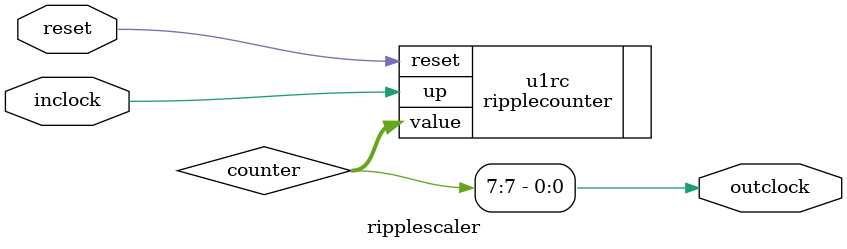
<source format=v>
`ifndef RIPPLE_SCALER
`define RIPPLE_SCALER

`include "ripplecounter.v"

module ripplescaler #(parameter BITS=8)(
	input wire 	inclock,
	input wire 	reset,
	output wire outclock
);	

	wire [BITS-1:0] counter;

	ripplecounter #(.SIZE(BITS)) u1rc (
		.up(inclock),
		.reset(reset),
		.value(counter)
	);
		
	assign outclock = counter[BITS-1];
	
endmodule

`endif
</source>
